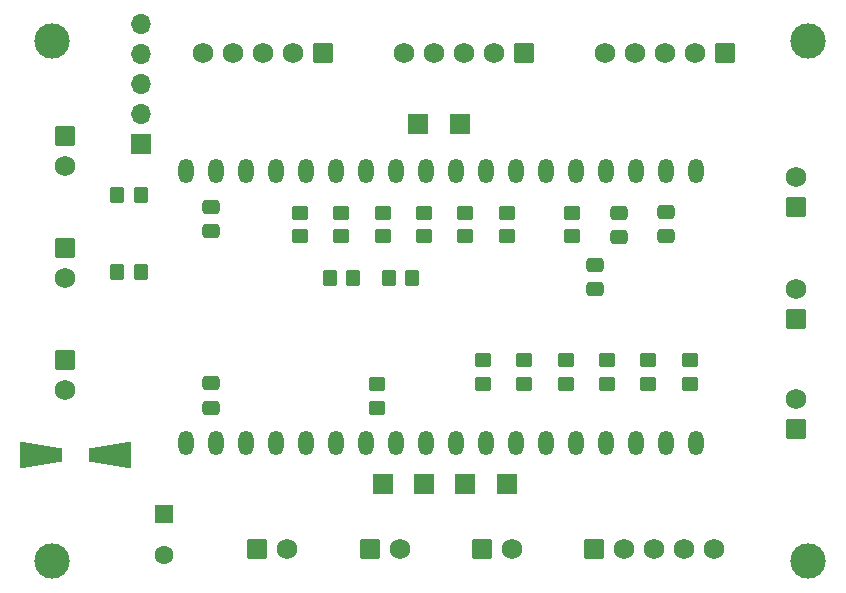
<source format=gbr>
%TF.GenerationSoftware,KiCad,Pcbnew,9.0.0*%
%TF.CreationDate,2025-03-04T16:47:24-08:00*%
%TF.ProjectId,ESPBrewRIMS_PCB,45535042-7265-4775-9249-4d535f504342,rev?*%
%TF.SameCoordinates,Original*%
%TF.FileFunction,Soldermask,Top*%
%TF.FilePolarity,Negative*%
%FSLAX46Y46*%
G04 Gerber Fmt 4.6, Leading zero omitted, Abs format (unit mm)*
G04 Created by KiCad (PCBNEW 9.0.0) date 2025-03-04 16:47:24*
%MOMM*%
%LPD*%
G01*
G04 APERTURE LIST*
G04 Aperture macros list*
%AMRoundRect*
0 Rectangle with rounded corners*
0 $1 Rounding radius*
0 $2 $3 $4 $5 $6 $7 $8 $9 X,Y pos of 4 corners*
0 Add a 4 corners polygon primitive as box body*
4,1,4,$2,$3,$4,$5,$6,$7,$8,$9,$2,$3,0*
0 Add four circle primitives for the rounded corners*
1,1,$1+$1,$2,$3*
1,1,$1+$1,$4,$5*
1,1,$1+$1,$6,$7*
1,1,$1+$1,$8,$9*
0 Add four rect primitives between the rounded corners*
20,1,$1+$1,$2,$3,$4,$5,0*
20,1,$1+$1,$4,$5,$6,$7,0*
20,1,$1+$1,$6,$7,$8,$9,0*
20,1,$1+$1,$8,$9,$2,$3,0*%
%AMOutline4P*
0 Free polygon, 4 corners , with rotation*
0 The origin of the aperture is its center*
0 number of corners: always 4*
0 $1 to $8 corner X, Y*
0 $9 Rotation angle, in degrees counterclockwise*
0 create outline with 4 corners*
4,1,4,$1,$2,$3,$4,$5,$6,$7,$8,$1,$2,$9*%
G04 Aperture macros list end*
%ADD10C,1.740000*%
%ADD11RoundRect,0.250000X0.620000X0.620000X-0.620000X0.620000X-0.620000X-0.620000X0.620000X-0.620000X0*%
%ADD12R,1.700000X1.700000*%
%ADD13RoundRect,0.250000X-0.620000X0.620000X-0.620000X-0.620000X0.620000X-0.620000X0.620000X0.620000X0*%
%ADD14RoundRect,0.250000X0.350000X0.450000X-0.350000X0.450000X-0.350000X-0.450000X0.350000X-0.450000X0*%
%ADD15RoundRect,0.250000X0.450000X-0.350000X0.450000X0.350000X-0.450000X0.350000X-0.450000X-0.350000X0*%
%ADD16RoundRect,0.250000X0.475000X-0.337500X0.475000X0.337500X-0.475000X0.337500X-0.475000X-0.337500X0*%
%ADD17RoundRect,0.250000X0.620000X-0.620000X0.620000X0.620000X-0.620000X0.620000X-0.620000X-0.620000X0*%
%ADD18RoundRect,0.250000X-0.450000X0.350000X-0.450000X-0.350000X0.450000X-0.350000X0.450000X0.350000X0*%
%ADD19RoundRect,0.250000X-0.475000X0.337500X-0.475000X-0.337500X0.475000X-0.337500X0.475000X0.337500X0*%
%ADD20RoundRect,0.250000X-0.620000X-0.620000X0.620000X-0.620000X0.620000X0.620000X-0.620000X0.620000X0*%
%ADD21C,3.000000*%
%ADD22O,1.700000X1.700000*%
%ADD23Outline4P,-1.800000X-1.150000X1.800000X-0.550000X1.800000X0.550000X-1.800000X1.150000X180.000000*%
%ADD24Outline4P,-1.800000X-1.150000X1.800000X-0.550000X1.800000X0.550000X-1.800000X1.150000X0.000000*%
%ADD25RoundRect,0.250000X-0.350000X-0.450000X0.350000X-0.450000X0.350000X0.450000X-0.350000X0.450000X0*%
%ADD26R,1.600000X1.600000*%
%ADD27C,1.600000*%
%ADD28O,1.300000X2.100000*%
G04 APERTURE END LIST*
D10*
%TO.C,J15*%
X144340000Y-67000000D03*
X146880000Y-67000000D03*
X149420000Y-67000000D03*
X151960000Y-67000000D03*
D11*
X154500000Y-67000000D03*
%TD*%
D12*
%TO.C,J12*%
X145500000Y-73000000D03*
%TD*%
D13*
%TO.C,J19*%
X115600000Y-83460000D03*
D10*
X115600000Y-86000000D03*
%TD*%
D14*
%TO.C,R18*%
X122000000Y-85500000D03*
X120000000Y-85500000D03*
%TD*%
%TO.C,R10*%
X122000000Y-79000000D03*
X120000000Y-79000000D03*
%TD*%
D12*
%TO.C,J13*%
X149000000Y-73000000D03*
%TD*%
%TO.C,J11*%
X153000000Y-103500000D03*
%TD*%
%TO.C,J10*%
X149500000Y-103500000D03*
%TD*%
%TO.C,J9*%
X146000000Y-103500000D03*
%TD*%
%TO.C,J8*%
X142500000Y-103500000D03*
%TD*%
D15*
%TO.C,R3*%
X168500000Y-95000000D03*
X168500000Y-93000000D03*
%TD*%
D16*
%TO.C,C3*%
X128000000Y-82075000D03*
X128000000Y-80000000D03*
%TD*%
D17*
%TO.C,J4*%
X177500000Y-98770000D03*
D10*
X177500000Y-96230000D03*
%TD*%
D17*
%TO.C,J3*%
X177500000Y-89500000D03*
D10*
X177500000Y-86960000D03*
%TD*%
D15*
%TO.C,R5*%
X154500000Y-95000000D03*
X154500000Y-93000000D03*
%TD*%
D18*
%TO.C,R17*%
X139000000Y-80500000D03*
X139000000Y-82500000D03*
%TD*%
D19*
%TO.C,C6*%
X160500000Y-84925000D03*
X160500000Y-87000000D03*
%TD*%
D18*
%TO.C,R16*%
X153000000Y-80500000D03*
X153000000Y-82500000D03*
%TD*%
D20*
%TO.C,J7*%
X160380000Y-109000000D03*
D10*
X162920000Y-109000000D03*
X165460000Y-109000000D03*
X168000000Y-109000000D03*
X170540000Y-109000000D03*
%TD*%
D13*
%TO.C,J1*%
X115600000Y-93000000D03*
D10*
X115600000Y-95540000D03*
%TD*%
D20*
%TO.C,J2*%
X131840000Y-109000000D03*
D10*
X134380000Y-109000000D03*
%TD*%
D21*
%TO.C,H4*%
X178500000Y-110000000D03*
%TD*%
D15*
%TO.C,R2*%
X165000000Y-95000000D03*
X165000000Y-93000000D03*
%TD*%
D20*
%TO.C,J6*%
X141380000Y-109000000D03*
D10*
X143920000Y-109000000D03*
%TD*%
D18*
%TO.C,R13*%
X158500000Y-80500000D03*
X158500000Y-82500000D03*
%TD*%
D11*
%TO.C,J16*%
X137420000Y-67000000D03*
D10*
X134880000Y-67000000D03*
X132340000Y-67000000D03*
X129800000Y-67000000D03*
X127260000Y-67000000D03*
%TD*%
D14*
%TO.C,R11*%
X140000000Y-86000000D03*
X138000000Y-86000000D03*
%TD*%
D21*
%TO.C,H1*%
X178500000Y-66000000D03*
%TD*%
D15*
%TO.C,R7*%
X161500000Y-95000000D03*
X161500000Y-93000000D03*
%TD*%
D21*
%TO.C,H3*%
X114500000Y-110000000D03*
%TD*%
D12*
%TO.C,J20*%
X122000000Y-74660000D03*
D22*
X122000000Y-72120000D03*
X122000000Y-69580000D03*
X122000000Y-67040000D03*
X122000000Y-64500000D03*
%TD*%
D23*
%TO.C,D1*%
X119400000Y-101000000D03*
D24*
X113600000Y-101000000D03*
%TD*%
D20*
%TO.C,J5*%
X150880000Y-109000000D03*
D10*
X153420000Y-109000000D03*
%TD*%
D25*
%TO.C,R9*%
X143000000Y-86000000D03*
X145000000Y-86000000D03*
%TD*%
D19*
%TO.C,C4*%
X166500000Y-80425000D03*
X166500000Y-82500000D03*
%TD*%
D11*
%TO.C,J18*%
X171500000Y-67000000D03*
D10*
X168960000Y-67000000D03*
X166420000Y-67000000D03*
X163880000Y-67000000D03*
X161340000Y-67000000D03*
%TD*%
D19*
%TO.C,C2*%
X128000000Y-94925000D03*
X128000000Y-97000000D03*
%TD*%
%TO.C,C5*%
X162500000Y-80500000D03*
X162500000Y-82575000D03*
%TD*%
D18*
%TO.C,R14*%
X142500000Y-80500000D03*
X142500000Y-82500000D03*
%TD*%
D15*
%TO.C,R1*%
X142000000Y-97000000D03*
X142000000Y-95000000D03*
%TD*%
D21*
%TO.C,H2*%
X114500000Y-66000000D03*
%TD*%
D18*
%TO.C,R15*%
X135500000Y-80500000D03*
X135500000Y-82500000D03*
%TD*%
D17*
%TO.C,J17*%
X177500000Y-80040000D03*
D10*
X177500000Y-77500000D03*
%TD*%
D15*
%TO.C,R6*%
X158000000Y-95000000D03*
X158000000Y-93000000D03*
%TD*%
D26*
%TO.C,C1*%
X124000000Y-106000000D03*
D27*
X124000000Y-109500000D03*
%TD*%
D15*
%TO.C,R4*%
X151000000Y-95000000D03*
X151000000Y-93000000D03*
%TD*%
D18*
%TO.C,R12*%
X146000000Y-80500000D03*
X146000000Y-82500000D03*
%TD*%
%TO.C,R8*%
X149500000Y-80500000D03*
X149500000Y-82500000D03*
%TD*%
D13*
%TO.C,J14*%
X115640000Y-74000000D03*
D10*
X115640000Y-76540000D03*
%TD*%
D28*
%TO.C,U1*%
X125820000Y-100030000D03*
X128360000Y-100030000D03*
X130900000Y-100030000D03*
X133440000Y-100030000D03*
X135980000Y-100030000D03*
X138520000Y-100030000D03*
X141060000Y-100030000D03*
X143600000Y-100030000D03*
X146140000Y-100030000D03*
X148680000Y-100030000D03*
X151220000Y-100030000D03*
X153760000Y-100030000D03*
X156300000Y-100030000D03*
X158840000Y-100030000D03*
X161380000Y-100030000D03*
X163920000Y-100030000D03*
X166460000Y-100030000D03*
X169000000Y-100030000D03*
X169000000Y-77000000D03*
X166460000Y-77000000D03*
X163920000Y-77000000D03*
X161380000Y-77000000D03*
X158840000Y-77000000D03*
X156300000Y-77000000D03*
X153760000Y-77000000D03*
X151220000Y-77000000D03*
X148680000Y-77000000D03*
X146140000Y-77000000D03*
X143600000Y-77000000D03*
X141060000Y-77000000D03*
X138520000Y-77000000D03*
X135980000Y-77000000D03*
X133440000Y-77000000D03*
X130900000Y-77000000D03*
X128360000Y-77000000D03*
X125820000Y-77000000D03*
%TD*%
M02*

</source>
